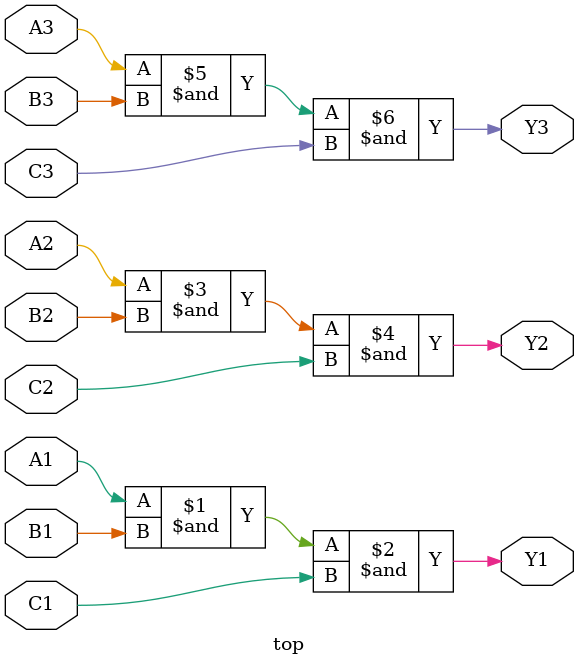
<source format=v>

/*
 * 74x11: Tripple 3-input AND gate
 */
module top(A1, B1, C1, Y1,
           A2, B2, C2, Y2,
           A3, B3, C3, Y3);

   (* LOC = "FB1_1" *) input A1;
   (* LOC = "FB1_2" *) input B1;
   (* LOC = "FB1_3" *) input C1;
   (* LOC = "FB1_4" *) output Y1;

   (* LOC = "FB1_5" *) input A2;
   (* LOC = "FB1_6" *) input B2;
   (* LOC = "FB1_7" *) input C2;
   (* LOC = "FB1_8" *) output Y2;

   (* LOC = "FB1_9" *) input A3;
   (* LOC = "FB1_10" *) input B3;
   (* LOC = "FB1_11" *) input C3;
   (* LOC = "FB1_12" *) output Y3;

   assign Y1 = (A1 & B1 & C1);
   assign Y2 = (A2 & B2 & C2);
   assign Y3 = (A3 & B3 & C3);

endmodule

</source>
